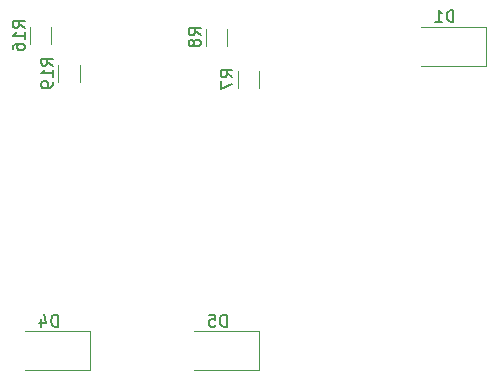
<source format=gbr>
%TF.GenerationSoftware,KiCad,Pcbnew,8.0.6*%
%TF.CreationDate,2025-05-10T04:30:44+07:00*%
%TF.ProjectId,FCU32 2 LAYER,46435533-3220-4322-904c-415945522e6b,rev?*%
%TF.SameCoordinates,Original*%
%TF.FileFunction,Legend,Bot*%
%TF.FilePolarity,Positive*%
%FSLAX46Y46*%
G04 Gerber Fmt 4.6, Leading zero omitted, Abs format (unit mm)*
G04 Created by KiCad (PCBNEW 8.0.6) date 2025-05-10 04:30:44*
%MOMM*%
%LPD*%
G01*
G04 APERTURE LIST*
%ADD10C,0.150000*%
%ADD11C,0.120000*%
G04 APERTURE END LIST*
D10*
X34934819Y-75857142D02*
X34458628Y-75523809D01*
X34934819Y-75285714D02*
X33934819Y-75285714D01*
X33934819Y-75285714D02*
X33934819Y-75666666D01*
X33934819Y-75666666D02*
X33982438Y-75761904D01*
X33982438Y-75761904D02*
X34030057Y-75809523D01*
X34030057Y-75809523D02*
X34125295Y-75857142D01*
X34125295Y-75857142D02*
X34268152Y-75857142D01*
X34268152Y-75857142D02*
X34363390Y-75809523D01*
X34363390Y-75809523D02*
X34411009Y-75761904D01*
X34411009Y-75761904D02*
X34458628Y-75666666D01*
X34458628Y-75666666D02*
X34458628Y-75285714D01*
X34934819Y-76809523D02*
X34934819Y-76238095D01*
X34934819Y-76523809D02*
X33934819Y-76523809D01*
X33934819Y-76523809D02*
X34077676Y-76428571D01*
X34077676Y-76428571D02*
X34172914Y-76333333D01*
X34172914Y-76333333D02*
X34220533Y-76238095D01*
X34934819Y-77285714D02*
X34934819Y-77476190D01*
X34934819Y-77476190D02*
X34887200Y-77571428D01*
X34887200Y-77571428D02*
X34839580Y-77619047D01*
X34839580Y-77619047D02*
X34696723Y-77714285D01*
X34696723Y-77714285D02*
X34506247Y-77761904D01*
X34506247Y-77761904D02*
X34125295Y-77761904D01*
X34125295Y-77761904D02*
X34030057Y-77714285D01*
X34030057Y-77714285D02*
X33982438Y-77666666D01*
X33982438Y-77666666D02*
X33934819Y-77571428D01*
X33934819Y-77571428D02*
X33934819Y-77380952D01*
X33934819Y-77380952D02*
X33982438Y-77285714D01*
X33982438Y-77285714D02*
X34030057Y-77238095D01*
X34030057Y-77238095D02*
X34125295Y-77190476D01*
X34125295Y-77190476D02*
X34363390Y-77190476D01*
X34363390Y-77190476D02*
X34458628Y-77238095D01*
X34458628Y-77238095D02*
X34506247Y-77285714D01*
X34506247Y-77285714D02*
X34553866Y-77380952D01*
X34553866Y-77380952D02*
X34553866Y-77571428D01*
X34553866Y-77571428D02*
X34506247Y-77666666D01*
X34506247Y-77666666D02*
X34458628Y-77714285D01*
X34458628Y-77714285D02*
X34363390Y-77761904D01*
X32534819Y-72657142D02*
X32058628Y-72323809D01*
X32534819Y-72085714D02*
X31534819Y-72085714D01*
X31534819Y-72085714D02*
X31534819Y-72466666D01*
X31534819Y-72466666D02*
X31582438Y-72561904D01*
X31582438Y-72561904D02*
X31630057Y-72609523D01*
X31630057Y-72609523D02*
X31725295Y-72657142D01*
X31725295Y-72657142D02*
X31868152Y-72657142D01*
X31868152Y-72657142D02*
X31963390Y-72609523D01*
X31963390Y-72609523D02*
X32011009Y-72561904D01*
X32011009Y-72561904D02*
X32058628Y-72466666D01*
X32058628Y-72466666D02*
X32058628Y-72085714D01*
X32534819Y-73609523D02*
X32534819Y-73038095D01*
X32534819Y-73323809D02*
X31534819Y-73323809D01*
X31534819Y-73323809D02*
X31677676Y-73228571D01*
X31677676Y-73228571D02*
X31772914Y-73133333D01*
X31772914Y-73133333D02*
X31820533Y-73038095D01*
X31534819Y-74466666D02*
X31534819Y-74276190D01*
X31534819Y-74276190D02*
X31582438Y-74180952D01*
X31582438Y-74180952D02*
X31630057Y-74133333D01*
X31630057Y-74133333D02*
X31772914Y-74038095D01*
X31772914Y-74038095D02*
X31963390Y-73990476D01*
X31963390Y-73990476D02*
X32344342Y-73990476D01*
X32344342Y-73990476D02*
X32439580Y-74038095D01*
X32439580Y-74038095D02*
X32487200Y-74085714D01*
X32487200Y-74085714D02*
X32534819Y-74180952D01*
X32534819Y-74180952D02*
X32534819Y-74371428D01*
X32534819Y-74371428D02*
X32487200Y-74466666D01*
X32487200Y-74466666D02*
X32439580Y-74514285D01*
X32439580Y-74514285D02*
X32344342Y-74561904D01*
X32344342Y-74561904D02*
X32106247Y-74561904D01*
X32106247Y-74561904D02*
X32011009Y-74514285D01*
X32011009Y-74514285D02*
X31963390Y-74466666D01*
X31963390Y-74466666D02*
X31915771Y-74371428D01*
X31915771Y-74371428D02*
X31915771Y-74180952D01*
X31915771Y-74180952D02*
X31963390Y-74085714D01*
X31963390Y-74085714D02*
X32011009Y-74038095D01*
X32011009Y-74038095D02*
X32106247Y-73990476D01*
X47434819Y-73283333D02*
X46958628Y-72950000D01*
X47434819Y-72711905D02*
X46434819Y-72711905D01*
X46434819Y-72711905D02*
X46434819Y-73092857D01*
X46434819Y-73092857D02*
X46482438Y-73188095D01*
X46482438Y-73188095D02*
X46530057Y-73235714D01*
X46530057Y-73235714D02*
X46625295Y-73283333D01*
X46625295Y-73283333D02*
X46768152Y-73283333D01*
X46768152Y-73283333D02*
X46863390Y-73235714D01*
X46863390Y-73235714D02*
X46911009Y-73188095D01*
X46911009Y-73188095D02*
X46958628Y-73092857D01*
X46958628Y-73092857D02*
X46958628Y-72711905D01*
X46863390Y-73854762D02*
X46815771Y-73759524D01*
X46815771Y-73759524D02*
X46768152Y-73711905D01*
X46768152Y-73711905D02*
X46672914Y-73664286D01*
X46672914Y-73664286D02*
X46625295Y-73664286D01*
X46625295Y-73664286D02*
X46530057Y-73711905D01*
X46530057Y-73711905D02*
X46482438Y-73759524D01*
X46482438Y-73759524D02*
X46434819Y-73854762D01*
X46434819Y-73854762D02*
X46434819Y-74045238D01*
X46434819Y-74045238D02*
X46482438Y-74140476D01*
X46482438Y-74140476D02*
X46530057Y-74188095D01*
X46530057Y-74188095D02*
X46625295Y-74235714D01*
X46625295Y-74235714D02*
X46672914Y-74235714D01*
X46672914Y-74235714D02*
X46768152Y-74188095D01*
X46768152Y-74188095D02*
X46815771Y-74140476D01*
X46815771Y-74140476D02*
X46863390Y-74045238D01*
X46863390Y-74045238D02*
X46863390Y-73854762D01*
X46863390Y-73854762D02*
X46911009Y-73759524D01*
X46911009Y-73759524D02*
X46958628Y-73711905D01*
X46958628Y-73711905D02*
X47053866Y-73664286D01*
X47053866Y-73664286D02*
X47244342Y-73664286D01*
X47244342Y-73664286D02*
X47339580Y-73711905D01*
X47339580Y-73711905D02*
X47387200Y-73759524D01*
X47387200Y-73759524D02*
X47434819Y-73854762D01*
X47434819Y-73854762D02*
X47434819Y-74045238D01*
X47434819Y-74045238D02*
X47387200Y-74140476D01*
X47387200Y-74140476D02*
X47339580Y-74188095D01*
X47339580Y-74188095D02*
X47244342Y-74235714D01*
X47244342Y-74235714D02*
X47053866Y-74235714D01*
X47053866Y-74235714D02*
X46958628Y-74188095D01*
X46958628Y-74188095D02*
X46911009Y-74140476D01*
X46911009Y-74140476D02*
X46863390Y-74045238D01*
X50134819Y-76833333D02*
X49658628Y-76500000D01*
X50134819Y-76261905D02*
X49134819Y-76261905D01*
X49134819Y-76261905D02*
X49134819Y-76642857D01*
X49134819Y-76642857D02*
X49182438Y-76738095D01*
X49182438Y-76738095D02*
X49230057Y-76785714D01*
X49230057Y-76785714D02*
X49325295Y-76833333D01*
X49325295Y-76833333D02*
X49468152Y-76833333D01*
X49468152Y-76833333D02*
X49563390Y-76785714D01*
X49563390Y-76785714D02*
X49611009Y-76738095D01*
X49611009Y-76738095D02*
X49658628Y-76642857D01*
X49658628Y-76642857D02*
X49658628Y-76261905D01*
X49134819Y-77166667D02*
X49134819Y-77833333D01*
X49134819Y-77833333D02*
X50134819Y-77404762D01*
X49638094Y-97954819D02*
X49638094Y-96954819D01*
X49638094Y-96954819D02*
X49399999Y-96954819D01*
X49399999Y-96954819D02*
X49257142Y-97002438D01*
X49257142Y-97002438D02*
X49161904Y-97097676D01*
X49161904Y-97097676D02*
X49114285Y-97192914D01*
X49114285Y-97192914D02*
X49066666Y-97383390D01*
X49066666Y-97383390D02*
X49066666Y-97526247D01*
X49066666Y-97526247D02*
X49114285Y-97716723D01*
X49114285Y-97716723D02*
X49161904Y-97811961D01*
X49161904Y-97811961D02*
X49257142Y-97907200D01*
X49257142Y-97907200D02*
X49399999Y-97954819D01*
X49399999Y-97954819D02*
X49638094Y-97954819D01*
X48161904Y-96954819D02*
X48638094Y-96954819D01*
X48638094Y-96954819D02*
X48685713Y-97431009D01*
X48685713Y-97431009D02*
X48638094Y-97383390D01*
X48638094Y-97383390D02*
X48542856Y-97335771D01*
X48542856Y-97335771D02*
X48304761Y-97335771D01*
X48304761Y-97335771D02*
X48209523Y-97383390D01*
X48209523Y-97383390D02*
X48161904Y-97431009D01*
X48161904Y-97431009D02*
X48114285Y-97526247D01*
X48114285Y-97526247D02*
X48114285Y-97764342D01*
X48114285Y-97764342D02*
X48161904Y-97859580D01*
X48161904Y-97859580D02*
X48209523Y-97907200D01*
X48209523Y-97907200D02*
X48304761Y-97954819D01*
X48304761Y-97954819D02*
X48542856Y-97954819D01*
X48542856Y-97954819D02*
X48638094Y-97907200D01*
X48638094Y-97907200D02*
X48685713Y-97859580D01*
X35338094Y-97954819D02*
X35338094Y-96954819D01*
X35338094Y-96954819D02*
X35099999Y-96954819D01*
X35099999Y-96954819D02*
X34957142Y-97002438D01*
X34957142Y-97002438D02*
X34861904Y-97097676D01*
X34861904Y-97097676D02*
X34814285Y-97192914D01*
X34814285Y-97192914D02*
X34766666Y-97383390D01*
X34766666Y-97383390D02*
X34766666Y-97526247D01*
X34766666Y-97526247D02*
X34814285Y-97716723D01*
X34814285Y-97716723D02*
X34861904Y-97811961D01*
X34861904Y-97811961D02*
X34957142Y-97907200D01*
X34957142Y-97907200D02*
X35099999Y-97954819D01*
X35099999Y-97954819D02*
X35338094Y-97954819D01*
X33909523Y-97288152D02*
X33909523Y-97954819D01*
X34147618Y-96907200D02*
X34385713Y-97621485D01*
X34385713Y-97621485D02*
X33766666Y-97621485D01*
X68838094Y-72154819D02*
X68838094Y-71154819D01*
X68838094Y-71154819D02*
X68599999Y-71154819D01*
X68599999Y-71154819D02*
X68457142Y-71202438D01*
X68457142Y-71202438D02*
X68361904Y-71297676D01*
X68361904Y-71297676D02*
X68314285Y-71392914D01*
X68314285Y-71392914D02*
X68266666Y-71583390D01*
X68266666Y-71583390D02*
X68266666Y-71726247D01*
X68266666Y-71726247D02*
X68314285Y-71916723D01*
X68314285Y-71916723D02*
X68361904Y-72011961D01*
X68361904Y-72011961D02*
X68457142Y-72107200D01*
X68457142Y-72107200D02*
X68599999Y-72154819D01*
X68599999Y-72154819D02*
X68838094Y-72154819D01*
X67314285Y-72154819D02*
X67885713Y-72154819D01*
X67599999Y-72154819D02*
X67599999Y-71154819D01*
X67599999Y-71154819D02*
X67695237Y-71297676D01*
X67695237Y-71297676D02*
X67790475Y-71392914D01*
X67790475Y-71392914D02*
X67885713Y-71440533D01*
D11*
%TO.C,R19*%
X37210000Y-77227064D02*
X37210000Y-75772936D01*
X35390000Y-77227064D02*
X35390000Y-75772936D01*
%TO.C,R16*%
X32990000Y-74027064D02*
X32990000Y-72572936D01*
X34810000Y-74027064D02*
X34810000Y-72572936D01*
%TO.C,R8*%
X47890000Y-74177064D02*
X47890000Y-72722936D01*
X49710000Y-74177064D02*
X49710000Y-72722936D01*
%TO.C,R7*%
X50590000Y-77727064D02*
X50590000Y-76272936D01*
X52410000Y-77727064D02*
X52410000Y-76272936D01*
%TO.C,D5*%
X52410000Y-101650000D02*
X52410000Y-98350000D01*
X46900000Y-98350000D02*
X52410000Y-98350000D01*
X46900000Y-101650000D02*
X52410000Y-101650000D01*
%TO.C,D4*%
X38110000Y-101650000D02*
X38110000Y-98350000D01*
X32600000Y-98350000D02*
X38110000Y-98350000D01*
X32600000Y-101650000D02*
X38110000Y-101650000D01*
%TO.C,D1*%
X71610000Y-75850000D02*
X71610000Y-72550000D01*
X66100000Y-72550000D02*
X71610000Y-72550000D01*
X66100000Y-75850000D02*
X71610000Y-75850000D01*
%TD*%
M02*

</source>
